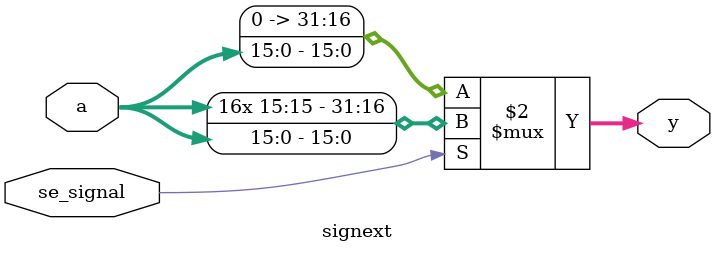
<source format=sv>

module signext(
    input  logic [15:0] a,
    input logic se_signal,
    output logic [31:0] y
    );
    
    assign y = se_signal ? {{16{a[15]}}, a} : a;

endmodule

</source>
